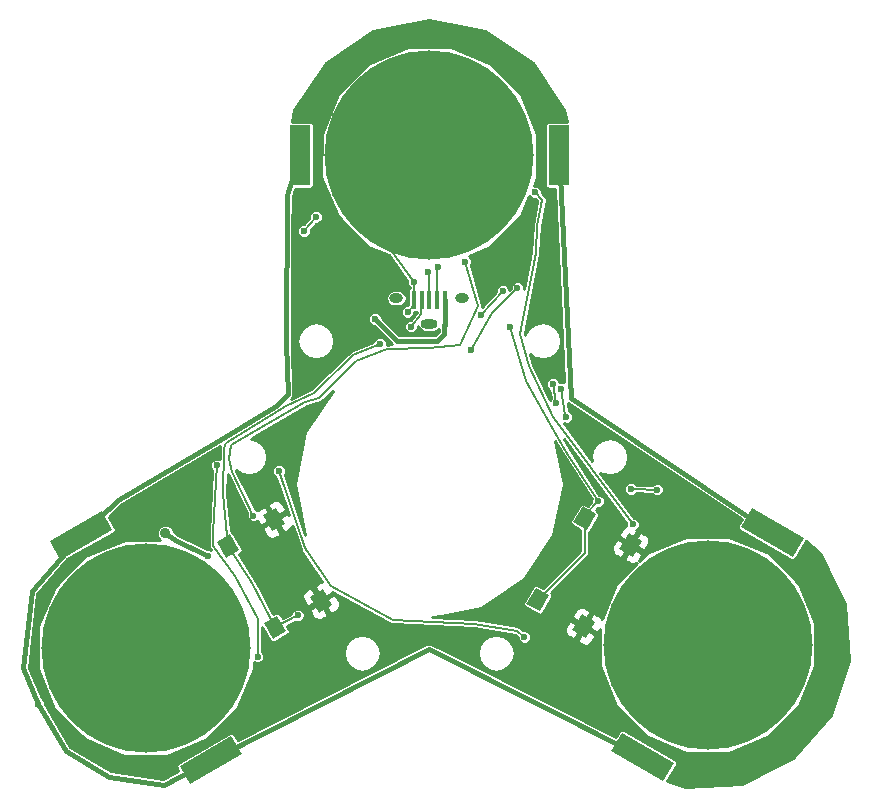
<source format=gbr>
G04 #@! TF.FileFunction,Copper,L2,Bot,Signal*
%FSLAX46Y46*%
G04 Gerber Fmt 4.6, Leading zero omitted, Abs format (unit mm)*
G04 Created by KiCad (PCBNEW 4.0.4-stable) date 06/27/17 23:53:09*
%MOMM*%
%LPD*%
G01*
G04 APERTURE LIST*
%ADD10C,0.100000*%
%ADD11R,1.790000X5.080000*%
%ADD12C,17.720000*%
%ADD13R,0.450000X1.500000*%
%ADD14O,1.150000X0.800000*%
%ADD15O,1.450000X0.800000*%
%ADD16C,0.600000*%
%ADD17C,0.890000*%
%ADD18C,0.200000*%
%ADD19C,0.400000*%
%ADD20C,0.254000*%
G04 APERTURE END LIST*
D10*
D11*
X146980000Y-46000000D03*
D12*
X136000000Y-46000000D03*
D11*
X125020000Y-46000000D03*
D10*
G36*
X103862795Y-78685948D02*
X108262205Y-76145948D01*
X109157205Y-77696134D01*
X104757795Y-80236134D01*
X103862795Y-78685948D01*
X103862795Y-78685948D01*
G37*
D12*
X112000000Y-87700000D03*
D10*
G36*
X114842795Y-97703866D02*
X119242205Y-95163866D01*
X120137205Y-96714052D01*
X115737795Y-99254052D01*
X114842795Y-97703866D01*
X114842795Y-97703866D01*
G37*
G36*
X155812205Y-99004052D02*
X151412795Y-96464052D01*
X152307795Y-94913866D01*
X156707205Y-97453866D01*
X155812205Y-99004052D01*
X155812205Y-99004052D01*
G37*
D12*
X159550000Y-87450000D03*
D10*
G36*
X166792205Y-79986134D02*
X162392795Y-77446134D01*
X163287795Y-75895948D01*
X167687205Y-78435948D01*
X166792205Y-79986134D01*
X166792205Y-79986134D01*
G37*
G36*
X121910640Y-76486379D02*
X123036474Y-75836379D01*
X123811474Y-77178719D01*
X122685640Y-77828719D01*
X121910640Y-76486379D01*
X121910640Y-76486379D01*
G37*
G36*
X118013526Y-78736379D02*
X119139360Y-78086379D01*
X119914360Y-79428719D01*
X118788526Y-80078719D01*
X118013526Y-78736379D01*
X118013526Y-78736379D01*
G37*
G36*
X121988526Y-85621281D02*
X123114360Y-84971281D01*
X123889360Y-86313621D01*
X122763526Y-86963621D01*
X121988526Y-85621281D01*
X121988526Y-85621281D01*
G37*
G36*
X125885640Y-83371281D02*
X127011474Y-82721281D01*
X127786474Y-84063621D01*
X126660640Y-84713621D01*
X125885640Y-83371281D01*
X125885640Y-83371281D01*
G37*
G36*
X152860640Y-77986379D02*
X153986474Y-78636379D01*
X153211474Y-79978719D01*
X152085640Y-79328719D01*
X152860640Y-77986379D01*
X152860640Y-77986379D01*
G37*
G36*
X148963526Y-75736379D02*
X150089360Y-76386379D01*
X149314360Y-77728719D01*
X148188526Y-77078719D01*
X148963526Y-75736379D01*
X148963526Y-75736379D01*
G37*
G36*
X144988526Y-82621281D02*
X146114360Y-83271281D01*
X145339360Y-84613621D01*
X144213526Y-83963621D01*
X144988526Y-82621281D01*
X144988526Y-82621281D01*
G37*
G36*
X148885640Y-84871281D02*
X150011474Y-85521281D01*
X149236474Y-86863621D01*
X148110640Y-86213621D01*
X148885640Y-84871281D01*
X148885640Y-84871281D01*
G37*
D13*
X137300000Y-58224920D03*
X136650000Y-58224920D03*
X136000000Y-58224920D03*
X135350000Y-58224920D03*
X134700000Y-58224920D03*
D14*
X138800000Y-58100000D03*
X133200000Y-58100000D03*
D15*
X136000000Y-60250000D03*
D16*
X162900000Y-79950000D03*
X162100000Y-93700000D03*
X158050000Y-93500000D03*
X153050000Y-88600000D03*
X116300000Y-93300000D03*
X106700000Y-92800000D03*
X113250000Y-81500000D03*
X104950000Y-89800000D03*
X104650000Y-87250000D03*
X130250000Y-50350000D03*
X134000000Y-40550000D03*
X132100000Y-38950000D03*
X143350000Y-46050000D03*
X153050000Y-74250000D03*
X155300000Y-74300000D03*
X141700000Y-50250000D03*
X131600000Y-52450000D03*
X128100000Y-48500000D03*
X154000000Y-85100000D03*
X139950000Y-40100000D03*
X136000000Y-46000000D03*
X109700000Y-87800000D03*
X112000000Y-87700000D03*
X115800000Y-87100000D03*
X134150000Y-59250000D03*
X134700000Y-56750000D03*
X136000000Y-46000000D03*
X123250000Y-69150000D03*
X124800000Y-65600000D03*
X126850000Y-55850000D03*
X151300000Y-82450000D03*
X152400000Y-80900000D03*
X145900000Y-52150000D03*
X148250000Y-84000000D03*
D17*
X109062500Y-97200000D03*
X110250000Y-97458621D03*
X111350000Y-97591380D03*
D16*
X112250000Y-97700000D03*
X124000000Y-78450000D03*
X120900000Y-79650000D03*
X144750000Y-42075000D03*
X144775000Y-50750000D03*
X142575000Y-39150000D03*
X140075000Y-36150000D03*
X125900000Y-50000000D03*
X127400000Y-54750000D03*
X117250000Y-79950000D03*
D17*
X113650000Y-78000000D03*
D16*
X131400000Y-59875000D03*
X136700000Y-55500000D03*
X135850000Y-55900000D03*
X134450000Y-60500000D03*
X102850000Y-92450000D03*
X126400000Y-51200000D03*
X125400000Y-52400000D03*
X118000000Y-72250000D03*
X121450000Y-88450000D03*
X143450000Y-57250000D03*
X139550000Y-62450000D03*
X131800000Y-62000000D03*
X124850000Y-84950000D03*
X142850000Y-60500000D03*
X150300000Y-75300000D03*
X144950000Y-49150000D03*
X153250000Y-77250000D03*
X147550000Y-68150000D03*
X147150000Y-65750000D03*
X146750000Y-66950000D03*
X146450000Y-65350000D03*
X139050000Y-55000000D03*
X121100000Y-76500000D03*
X142200000Y-57450000D03*
X140400000Y-59500000D03*
X144050000Y-86800000D03*
X123250000Y-72750000D03*
D18*
X134700000Y-56750000D02*
X131600000Y-52450000D01*
X153450000Y-74250000D02*
X153050000Y-74250000D01*
X155300000Y-74300000D02*
X153450000Y-74250000D01*
X134700000Y-58224920D02*
X134700000Y-58700000D01*
X134700000Y-58700000D02*
X134150000Y-59250000D01*
X134700000Y-58224920D02*
X134700000Y-56750000D01*
X124800000Y-63250000D02*
X124800000Y-65600000D01*
X124800000Y-60800000D02*
X124800000Y-63250000D01*
X125500000Y-59050000D02*
X124800000Y-60800000D01*
X126850000Y-55850000D02*
X125500000Y-59050000D01*
X127400000Y-54750000D02*
X126850000Y-55850000D01*
X126836057Y-83717451D02*
X124000000Y-78450000D01*
X122861057Y-76832549D02*
X124000000Y-78450000D01*
D19*
X114450000Y-78550000D02*
X113650000Y-78000000D01*
X117250000Y-79950000D02*
X114450000Y-78550000D01*
X136675000Y-61725000D02*
X133250000Y-61725000D01*
X133250000Y-61725000D02*
X131400000Y-59875000D01*
X137275000Y-61125000D02*
X136675000Y-61725000D01*
X137275000Y-60360674D02*
X137275000Y-61125000D01*
X137300000Y-58224920D02*
X137300000Y-60335674D01*
X137300000Y-60335674D02*
X137275000Y-60360674D01*
D18*
X136650000Y-58224920D02*
X136650000Y-55550000D01*
X136650000Y-55550000D02*
X136700000Y-55500000D01*
X136000000Y-58224920D02*
X136000000Y-56050000D01*
X136000000Y-56050000D02*
X135850000Y-55900000D01*
X135300000Y-59450000D02*
X134450000Y-60500000D01*
X135350000Y-58224920D02*
X135300000Y-59450000D01*
D19*
X123950000Y-49400000D02*
X125020000Y-46000000D01*
X123850000Y-61850000D02*
X123950000Y-49400000D01*
X124000000Y-66200000D02*
X123850000Y-61850000D01*
X123000000Y-67200000D02*
X124000000Y-66200000D01*
X118100000Y-70200000D02*
X123000000Y-67200000D01*
X109650000Y-75150000D02*
X118100000Y-70200000D01*
X106510000Y-78191041D02*
X109650000Y-75150000D01*
X105200000Y-96450000D02*
X102850000Y-92450000D01*
X108850000Y-98600000D02*
X105200000Y-96450000D01*
X113500000Y-99300000D02*
X108850000Y-98600000D01*
X117490000Y-97208959D02*
X113500000Y-99300000D01*
X101600000Y-89450000D02*
X102850000Y-92450000D01*
X102350000Y-82900000D02*
X101600000Y-89450000D01*
X106510000Y-78191041D02*
X102350000Y-82900000D01*
X135950000Y-87800000D02*
X154060000Y-96958959D01*
X117490000Y-97208959D02*
X135950000Y-87800000D01*
X147950000Y-66550000D02*
X165040000Y-77941041D01*
X146980000Y-46000000D02*
X147950000Y-66550000D01*
D18*
X125400000Y-52400000D02*
X126400000Y-51200000D01*
X117700000Y-78000000D02*
X118000000Y-72250000D01*
X117700000Y-79050000D02*
X117700000Y-78000000D01*
X119550000Y-81600000D02*
X117700000Y-79050000D01*
X121450000Y-85300000D02*
X119550000Y-81600000D01*
X121450000Y-88450000D02*
X121450000Y-85300000D01*
X123900000Y-67200000D02*
X126200000Y-66100000D01*
X118800000Y-70350000D02*
X123900000Y-67200000D01*
X118650000Y-70800000D02*
X118800000Y-70350000D01*
X118500000Y-74650000D02*
X118650000Y-70800000D01*
X118963943Y-79082549D02*
X118500000Y-74650000D01*
X120950000Y-82200000D02*
X122938943Y-85967451D01*
X118963943Y-79082549D02*
X120950000Y-82200000D01*
X141300000Y-59350000D02*
X143450000Y-57250000D01*
X139550000Y-62450000D02*
X141300000Y-59350000D01*
X129550000Y-62950000D02*
X131800000Y-62000000D01*
X126200000Y-66100000D02*
X129550000Y-62950000D01*
X124850000Y-84950000D02*
X122938943Y-85967451D01*
X147600000Y-71100000D02*
X150300000Y-75300000D01*
X146250000Y-68750000D02*
X147600000Y-71100000D01*
X144200000Y-65100000D02*
X146250000Y-68750000D01*
X142850000Y-60500000D02*
X144200000Y-65100000D01*
X149138943Y-76732549D02*
X149138943Y-76461057D01*
X149138943Y-76461057D02*
X150300000Y-75300000D01*
X145163943Y-83617451D02*
X149138943Y-79642451D01*
X149138943Y-79642451D02*
X149138943Y-76732549D01*
X145550000Y-49750000D02*
X144950000Y-49150000D01*
X145150000Y-51950000D02*
X145550000Y-49750000D01*
X145000000Y-54250000D02*
X145150000Y-51950000D01*
X143700000Y-61100000D02*
X145000000Y-54250000D01*
X144400000Y-63850000D02*
X143700000Y-61100000D01*
X146500000Y-68150000D02*
X144400000Y-63850000D01*
X153250000Y-77250000D02*
X146500000Y-68150000D01*
X147500000Y-68000000D02*
X147550000Y-68150000D01*
X147150000Y-65750000D02*
X147500000Y-68000000D01*
X146450000Y-65350000D02*
X146750000Y-66950000D01*
X125500000Y-66900000D02*
X126650000Y-66550000D01*
X121250000Y-69350000D02*
X125500000Y-66900000D01*
X119200000Y-70550000D02*
X121250000Y-69350000D01*
X119050000Y-71750000D02*
X119200000Y-70550000D01*
X119300000Y-72850000D02*
X119050000Y-71750000D01*
X121100000Y-76500000D02*
X119300000Y-72850000D01*
X140100000Y-58750000D02*
X139050000Y-55000000D01*
X138550000Y-62050000D02*
X140100000Y-58750000D01*
X136000000Y-62300000D02*
X138550000Y-62050000D01*
X132450000Y-62400000D02*
X136000000Y-62300000D01*
X129800000Y-63450000D02*
X132450000Y-62400000D01*
X126650000Y-66550000D02*
X129800000Y-63450000D01*
X140400000Y-59500000D02*
X142200000Y-57450000D01*
X143400000Y-86250000D02*
X144050000Y-86800000D01*
X139800000Y-85650000D02*
X143400000Y-86250000D01*
X132900000Y-85350000D02*
X139800000Y-85650000D01*
X127650000Y-82450000D02*
X132900000Y-85350000D01*
X125450000Y-79250000D02*
X127650000Y-82450000D01*
X123250000Y-72750000D02*
X125450000Y-79250000D01*
D20*
G36*
X125473743Y-69441388D02*
X124607720Y-73795177D01*
X125471452Y-78137447D01*
X123749838Y-73050860D01*
X123826900Y-72865276D01*
X123827100Y-72635731D01*
X123739442Y-72423583D01*
X123577271Y-72261129D01*
X123365276Y-72173100D01*
X123135731Y-72172900D01*
X122923583Y-72260558D01*
X122761129Y-72422729D01*
X122673100Y-72634724D01*
X122672900Y-72864269D01*
X122760558Y-73076417D01*
X122922729Y-73238871D01*
X123032946Y-73284638D01*
X124098408Y-76432595D01*
X123899918Y-76379409D01*
X123034542Y-76879034D01*
X123596667Y-77852663D01*
X123813524Y-77910770D01*
X124019587Y-77791799D01*
X124238361Y-77665490D01*
X124392145Y-77465074D01*
X124416764Y-77373193D01*
X125092899Y-79370864D01*
X125118826Y-79415864D01*
X125139336Y-79463581D01*
X126944717Y-82089590D01*
X126803361Y-82108200D01*
X126584587Y-82234510D01*
X126378524Y-82353480D01*
X126320417Y-82570337D01*
X126882542Y-83543966D01*
X127747918Y-83044341D01*
X127773490Y-82948906D01*
X132717714Y-85680001D01*
X132730181Y-85683972D01*
X132740735Y-85691707D01*
X132799865Y-85706164D01*
X132857876Y-85724640D01*
X132870917Y-85723537D01*
X132883624Y-85726644D01*
X139760672Y-86025646D01*
X143235683Y-86604814D01*
X143472995Y-86805617D01*
X143472900Y-86914269D01*
X143560558Y-87126417D01*
X143722729Y-87288871D01*
X143934724Y-87376900D01*
X144164269Y-87377100D01*
X144376417Y-87289442D01*
X144538871Y-87127271D01*
X144585671Y-87014565D01*
X148545417Y-87014565D01*
X148603524Y-87231422D01*
X148809587Y-87350392D01*
X149028361Y-87476702D01*
X149278818Y-87509675D01*
X149522829Y-87444292D01*
X149723245Y-87290507D01*
X150031025Y-86757418D01*
X149972918Y-86540561D01*
X149107542Y-86040936D01*
X148545417Y-87014565D01*
X144585671Y-87014565D01*
X144626900Y-86915276D01*
X144627100Y-86685731D01*
X144539442Y-86473583D01*
X144377271Y-86311129D01*
X144244423Y-86255965D01*
X147464587Y-86255965D01*
X147529969Y-86499976D01*
X147683753Y-86700392D01*
X147902527Y-86826701D01*
X148108590Y-86945672D01*
X148325447Y-86887565D01*
X148887572Y-85913936D01*
X148726544Y-85820966D01*
X149234542Y-85820966D01*
X150099918Y-86320591D01*
X150316775Y-86262484D01*
X150414181Y-86093773D01*
X150411418Y-89259488D01*
X151799512Y-92618933D01*
X154367548Y-95191455D01*
X157724565Y-96585410D01*
X161359488Y-96588582D01*
X164718933Y-95200488D01*
X167291455Y-92632452D01*
X168685410Y-89275435D01*
X168688582Y-85640512D01*
X167300488Y-82281067D01*
X164732452Y-79708545D01*
X161375435Y-78314590D01*
X157740512Y-78311418D01*
X154381067Y-79699512D01*
X153731581Y-80347865D01*
X154006025Y-79872516D01*
X153947918Y-79655659D01*
X153082542Y-79156034D01*
X152520417Y-80129663D01*
X152578524Y-80346520D01*
X152784587Y-80465490D01*
X153003361Y-80591800D01*
X153253818Y-80624773D01*
X153497829Y-80559390D01*
X153592317Y-80486887D01*
X151808545Y-82267548D01*
X150581917Y-85221597D01*
X150438361Y-85034510D01*
X150219587Y-84908201D01*
X150013524Y-84789230D01*
X149796667Y-84847337D01*
X149234542Y-85820966D01*
X148726544Y-85820966D01*
X148022196Y-85414311D01*
X147805339Y-85472418D01*
X147497560Y-86005507D01*
X147464587Y-86255965D01*
X144244423Y-86255965D01*
X144165276Y-86223100D01*
X143951633Y-86222914D01*
X143643520Y-85962203D01*
X143619547Y-85948922D01*
X143599570Y-85930154D01*
X143555789Y-85913600D01*
X143514848Y-85890919D01*
X143487614Y-85887823D01*
X143461979Y-85878130D01*
X139861978Y-85278129D01*
X139838850Y-85278851D01*
X139816376Y-85273356D01*
X136254593Y-85118496D01*
X136963507Y-84977484D01*
X148091089Y-84977484D01*
X148149196Y-85194341D01*
X149014572Y-85693966D01*
X149576697Y-84720337D01*
X149518590Y-84503480D01*
X149312527Y-84384510D01*
X149093753Y-84258200D01*
X148843296Y-84225227D01*
X148599285Y-84290610D01*
X148398869Y-84444395D01*
X148091089Y-84977484D01*
X136963507Y-84977484D01*
X140338509Y-84306154D01*
X144029474Y-81839931D01*
X146495697Y-78148966D01*
X147361720Y-73795177D01*
X146645745Y-70195728D01*
X147273101Y-71287793D01*
X147279380Y-71294984D01*
X147282876Y-71303866D01*
X149744532Y-75133109D01*
X149723100Y-75184724D01*
X149722961Y-75343880D01*
X149402905Y-75663937D01*
X149104739Y-75491791D01*
X149006184Y-75457193D01*
X148894204Y-75462593D01*
X148793148Y-75511133D01*
X148718938Y-75595166D01*
X147943938Y-76937506D01*
X147909340Y-77036061D01*
X147914740Y-77148041D01*
X147963280Y-77249097D01*
X148047313Y-77323307D01*
X148761943Y-77735898D01*
X148761943Y-79486293D01*
X145600024Y-82648212D01*
X145129739Y-82376693D01*
X145031184Y-82342095D01*
X144919204Y-82347495D01*
X144818148Y-82396035D01*
X144743938Y-82480068D01*
X143968938Y-83822408D01*
X143934340Y-83920963D01*
X143939740Y-84032943D01*
X143988280Y-84133999D01*
X144072313Y-84208209D01*
X145198147Y-84858209D01*
X145296702Y-84892807D01*
X145408682Y-84887407D01*
X145509738Y-84838867D01*
X145583948Y-84754834D01*
X146358948Y-83412494D01*
X146393546Y-83313939D01*
X146388146Y-83201959D01*
X146339606Y-83100903D01*
X146272718Y-83041834D01*
X149405522Y-79909030D01*
X149487246Y-79786723D01*
X149515943Y-79642451D01*
X149515943Y-79371063D01*
X151439587Y-79371063D01*
X151504969Y-79615074D01*
X151658753Y-79815490D01*
X151877527Y-79941799D01*
X152083590Y-80060770D01*
X152300447Y-80002663D01*
X152862572Y-79029034D01*
X152701544Y-78936064D01*
X153209542Y-78936064D01*
X154074918Y-79435689D01*
X154291775Y-79377582D01*
X154599554Y-78844493D01*
X154632527Y-78594035D01*
X154567145Y-78350024D01*
X154413361Y-78149608D01*
X154194587Y-78023299D01*
X153988524Y-77904328D01*
X153771667Y-77962435D01*
X153209542Y-78936064D01*
X152701544Y-78936064D01*
X151997196Y-78529409D01*
X151780339Y-78587516D01*
X151472560Y-79120605D01*
X151439587Y-79371063D01*
X149515943Y-79371063D01*
X149515943Y-77918629D01*
X149558948Y-77869932D01*
X150333948Y-76527592D01*
X150368546Y-76429037D01*
X150363146Y-76317057D01*
X150314606Y-76216001D01*
X150230573Y-76141791D01*
X150078923Y-76054236D01*
X150256196Y-75876962D01*
X150414269Y-75877100D01*
X150626417Y-75789442D01*
X150788871Y-75627271D01*
X150876900Y-75415276D01*
X150877100Y-75185731D01*
X150789442Y-74973583D01*
X150627271Y-74811129D01*
X150415276Y-74723100D01*
X150377295Y-74723067D01*
X147922215Y-70904053D01*
X147402884Y-70000032D01*
X152680996Y-77115709D01*
X152673100Y-77134724D01*
X152672900Y-77364269D01*
X152678486Y-77377787D01*
X152574285Y-77405708D01*
X152373869Y-77559493D01*
X152066089Y-78092582D01*
X152124196Y-78309439D01*
X152989572Y-78809064D01*
X153551697Y-77835435D01*
X153531004Y-77758206D01*
X153576417Y-77739442D01*
X153738871Y-77577271D01*
X153826900Y-77365276D01*
X153827100Y-77135731D01*
X153739442Y-76923583D01*
X153577271Y-76761129D01*
X153365276Y-76673100D01*
X153291425Y-76673036D01*
X151578879Y-74364269D01*
X152472900Y-74364269D01*
X152560558Y-74576417D01*
X152722729Y-74738871D01*
X152934724Y-74826900D01*
X153164269Y-74827100D01*
X153376417Y-74739442D01*
X153487892Y-74628161D01*
X154849023Y-74664949D01*
X154972729Y-74788871D01*
X155184724Y-74876900D01*
X155414269Y-74877100D01*
X155626417Y-74789442D01*
X155788871Y-74627271D01*
X155876900Y-74415276D01*
X155877100Y-74185731D01*
X155789442Y-73973583D01*
X155627271Y-73811129D01*
X155415276Y-73723100D01*
X155185731Y-73722900D01*
X154973583Y-73810558D01*
X154872652Y-73911313D01*
X153489886Y-73873941D01*
X153377271Y-73761129D01*
X153165276Y-73673100D01*
X152935731Y-73672900D01*
X152723583Y-73760558D01*
X152561129Y-73922729D01*
X152473100Y-74134724D01*
X152472900Y-74364269D01*
X151578879Y-74364269D01*
X150461832Y-72858325D01*
X150654757Y-72987234D01*
X151258249Y-73107276D01*
X151861741Y-72987234D01*
X152373356Y-72645383D01*
X152715207Y-72133768D01*
X152835249Y-71530276D01*
X152715207Y-70926784D01*
X152373356Y-70415169D01*
X151861741Y-70073318D01*
X151258249Y-69953276D01*
X150654757Y-70073318D01*
X150143142Y-70415169D01*
X149801291Y-70926784D01*
X149681249Y-71530276D01*
X149756186Y-71907010D01*
X147380662Y-68704451D01*
X147434724Y-68726900D01*
X147664269Y-68727100D01*
X147876417Y-68639442D01*
X148038871Y-68477271D01*
X148126900Y-68265276D01*
X148127100Y-68035731D01*
X148039442Y-67823583D01*
X147877271Y-67661129D01*
X147825475Y-67639621D01*
X147721454Y-66970914D01*
X162447595Y-76786365D01*
X162148207Y-77304921D01*
X162113609Y-77403476D01*
X162119009Y-77515456D01*
X162167549Y-77616512D01*
X162251582Y-77690722D01*
X166650992Y-80230722D01*
X166749547Y-80265320D01*
X166861527Y-80259920D01*
X166962583Y-80211380D01*
X167036793Y-80127347D01*
X167892428Y-78645343D01*
X169068411Y-79676652D01*
X171206858Y-84012993D01*
X171523080Y-88837604D01*
X169968933Y-93415972D01*
X166781021Y-97051090D01*
X162444680Y-99189537D01*
X157620069Y-99505759D01*
X156138939Y-99002983D01*
X156951793Y-97595079D01*
X156986391Y-97496524D01*
X156980991Y-97384544D01*
X156932451Y-97283488D01*
X156848418Y-97209278D01*
X152449008Y-94669278D01*
X152350453Y-94634680D01*
X152238473Y-94640080D01*
X152137417Y-94688620D01*
X152063207Y-94772653D01*
X151776355Y-95269495D01*
X137708664Y-88154895D01*
X140083028Y-88154895D01*
X140203070Y-88758387D01*
X140544921Y-89270002D01*
X141056536Y-89611853D01*
X141660028Y-89731895D01*
X142263520Y-89611853D01*
X142775135Y-89270002D01*
X143116986Y-88758387D01*
X143237028Y-88154895D01*
X143116986Y-87551403D01*
X142775135Y-87039788D01*
X142263520Y-86697937D01*
X141660028Y-86577895D01*
X141056536Y-86697937D01*
X140544921Y-87039788D01*
X140203070Y-87551403D01*
X140083028Y-88154895D01*
X137708664Y-88154895D01*
X136165273Y-87374340D01*
X136129632Y-87364404D01*
X136097341Y-87346326D01*
X136040816Y-87339644D01*
X135985994Y-87324360D01*
X135949262Y-87328820D01*
X135912511Y-87324475D01*
X135857732Y-87339933D01*
X135801234Y-87346792D01*
X135769003Y-87364970D01*
X135733390Y-87375019D01*
X119769236Y-95511859D01*
X119486793Y-95022653D01*
X119418741Y-94943413D01*
X119319064Y-94892099D01*
X119207276Y-94883608D01*
X119100992Y-94919278D01*
X114701582Y-97459278D01*
X114622342Y-97527330D01*
X114571028Y-97627007D01*
X114562537Y-97738795D01*
X114598207Y-97845079D01*
X114749284Y-98106752D01*
X113416751Y-98805094D01*
X109012434Y-98142078D01*
X105548638Y-96101760D01*
X103426965Y-92490402D01*
X103427100Y-92335731D01*
X103339442Y-92123583D01*
X103177271Y-91961129D01*
X103160080Y-91953991D01*
X102088014Y-89381031D01*
X102806832Y-83103348D01*
X105357644Y-80215929D01*
X109298418Y-77940722D01*
X109377658Y-77872670D01*
X109428972Y-77772993D01*
X109437463Y-77661205D01*
X109401793Y-77554921D01*
X108846162Y-76592539D01*
X109940622Y-75532572D01*
X118309180Y-70630280D01*
X118292346Y-70680782D01*
X118285690Y-70733581D01*
X118273286Y-70785323D01*
X118236732Y-71723534D01*
X118115276Y-71673100D01*
X117885731Y-71672900D01*
X117673583Y-71760558D01*
X117511129Y-71922729D01*
X117423100Y-72134724D01*
X117422900Y-72364269D01*
X117510558Y-72576417D01*
X117600743Y-72666760D01*
X117323512Y-77980357D01*
X117324945Y-77990223D01*
X117323000Y-78000000D01*
X117323000Y-79050000D01*
X117331646Y-79093467D01*
X117333355Y-79137756D01*
X117345861Y-79164933D01*
X117351697Y-79194272D01*
X117376320Y-79231123D01*
X117394848Y-79271385D01*
X117513205Y-79434526D01*
X117365276Y-79373100D01*
X117162452Y-79372923D01*
X114692941Y-78138168D01*
X114372072Y-77917571D01*
X114372125Y-77857015D01*
X114262439Y-77591554D01*
X114059514Y-77388275D01*
X113794245Y-77278125D01*
X113507015Y-77277875D01*
X113241554Y-77387561D01*
X113038275Y-77590486D01*
X112928125Y-77855755D01*
X112927875Y-78142985D01*
X113037561Y-78408446D01*
X113192882Y-78564038D01*
X110190512Y-78561418D01*
X106831067Y-79949512D01*
X104258545Y-82517548D01*
X102864590Y-85874565D01*
X102861418Y-89509488D01*
X104249512Y-92868933D01*
X106817548Y-95441455D01*
X110174565Y-96835410D01*
X113809488Y-96838582D01*
X117168933Y-95450488D01*
X119741455Y-92882452D01*
X121135410Y-89525435D01*
X121135917Y-88944347D01*
X121334724Y-89026900D01*
X121564269Y-89027100D01*
X121776417Y-88939442D01*
X121938871Y-88777271D01*
X122026900Y-88565276D01*
X122027100Y-88335731D01*
X121952380Y-88154895D01*
X128732412Y-88154895D01*
X128852454Y-88758387D01*
X129194305Y-89270002D01*
X129705920Y-89611853D01*
X130309412Y-89731895D01*
X130912904Y-89611853D01*
X131424519Y-89270002D01*
X131766370Y-88758387D01*
X131886412Y-88154895D01*
X131766370Y-87551403D01*
X131424519Y-87039788D01*
X130912904Y-86697937D01*
X130309412Y-86577895D01*
X129705920Y-86697937D01*
X129194305Y-87039788D01*
X128852454Y-87551403D01*
X128732412Y-88154895D01*
X121952380Y-88154895D01*
X121939442Y-88123583D01*
X121827000Y-88010945D01*
X121827000Y-85906362D01*
X122518938Y-87104834D01*
X122586990Y-87184074D01*
X122686667Y-87235388D01*
X122798455Y-87243879D01*
X122904739Y-87208209D01*
X124030573Y-86558209D01*
X124109813Y-86490157D01*
X124161127Y-86390480D01*
X124169618Y-86278692D01*
X124133948Y-86172408D01*
X123951088Y-85855685D01*
X124641414Y-85488154D01*
X124734724Y-85526900D01*
X124964269Y-85527100D01*
X125176417Y-85439442D01*
X125338871Y-85277271D01*
X125426900Y-85065276D01*
X125427100Y-84835731D01*
X125339442Y-84623583D01*
X125323306Y-84607418D01*
X125866089Y-84607418D01*
X126173869Y-85140507D01*
X126374285Y-85294292D01*
X126618296Y-85359675D01*
X126868753Y-85326702D01*
X127087527Y-85200392D01*
X127293590Y-85081422D01*
X127351697Y-84864565D01*
X126789572Y-83890936D01*
X125924196Y-84390561D01*
X125866089Y-84607418D01*
X125323306Y-84607418D01*
X125177271Y-84461129D01*
X124965276Y-84373100D01*
X124735731Y-84372900D01*
X124523583Y-84460558D01*
X124361129Y-84622729D01*
X124275596Y-84828712D01*
X123573865Y-85202315D01*
X123358948Y-84830068D01*
X123290896Y-84750828D01*
X123191219Y-84699514D01*
X123079431Y-84691023D01*
X122973147Y-84726693D01*
X122771642Y-84843032D01*
X121972309Y-83328937D01*
X125239587Y-83328937D01*
X125272560Y-83579395D01*
X125580339Y-84112484D01*
X125797196Y-84170591D01*
X126501543Y-83763936D01*
X127009542Y-83763936D01*
X127571667Y-84737565D01*
X127788524Y-84795672D01*
X127994587Y-84676701D01*
X128213361Y-84550392D01*
X128367145Y-84349976D01*
X128432527Y-84105965D01*
X128399554Y-83855507D01*
X128091775Y-83322418D01*
X127874918Y-83264311D01*
X127009542Y-83763936D01*
X126501543Y-83763936D01*
X126662572Y-83670966D01*
X126100447Y-82697337D01*
X125883590Y-82639230D01*
X125677527Y-82758201D01*
X125458753Y-82884510D01*
X125304969Y-83084926D01*
X125239587Y-83328937D01*
X121972309Y-83328937D01*
X121283392Y-82023993D01*
X121273592Y-82011925D01*
X121267957Y-81997436D01*
X119859447Y-79786541D01*
X120055573Y-79673307D01*
X120134813Y-79605255D01*
X120186127Y-79505578D01*
X120194618Y-79393790D01*
X120158948Y-79287506D01*
X119383948Y-77945166D01*
X119315896Y-77865926D01*
X119216219Y-77814612D01*
X119210244Y-77814158D01*
X119200653Y-77722516D01*
X121891089Y-77722516D01*
X122198869Y-78255605D01*
X122399285Y-78409390D01*
X122643296Y-78474773D01*
X122893753Y-78441800D01*
X123112527Y-78315490D01*
X123318590Y-78196520D01*
X123376697Y-77979663D01*
X122814572Y-77006034D01*
X121949196Y-77505659D01*
X121891089Y-77722516D01*
X119200653Y-77722516D01*
X118877767Y-74637650D01*
X118943214Y-72957835D01*
X118950421Y-72973981D01*
X118961880Y-73016744D01*
X120568675Y-76274968D01*
X120523100Y-76384724D01*
X120522900Y-76614269D01*
X120610558Y-76826417D01*
X120772729Y-76988871D01*
X120984724Y-77076900D01*
X121214269Y-77077100D01*
X121426417Y-76989442D01*
X121452700Y-76963204D01*
X121605339Y-77227582D01*
X121822196Y-77285689D01*
X122687572Y-76786064D01*
X122125447Y-75812435D01*
X121908590Y-75754328D01*
X121702527Y-75873299D01*
X121483753Y-75999608D01*
X121454208Y-76038113D01*
X121427271Y-76011129D01*
X121241150Y-75933844D01*
X121118647Y-75685435D01*
X122345417Y-75685435D01*
X122907542Y-76659064D01*
X123772918Y-76159439D01*
X123831025Y-75942582D01*
X123523245Y-75409493D01*
X123322829Y-75255708D01*
X123078818Y-75190325D01*
X122828361Y-75223298D01*
X122609587Y-75349608D01*
X122403524Y-75468578D01*
X122345417Y-75685435D01*
X121118647Y-75685435D01*
X119657777Y-72723115D01*
X119647995Y-72680074D01*
X120107691Y-72987234D01*
X120711183Y-73107276D01*
X121314675Y-72987234D01*
X121826290Y-72645383D01*
X122168141Y-72133768D01*
X122288183Y-71530276D01*
X122168141Y-70926784D01*
X121826290Y-70415169D01*
X121314675Y-70073318D01*
X120901128Y-69991058D01*
X121439370Y-69675990D01*
X125650971Y-67248126D01*
X126759768Y-66910666D01*
X126774766Y-66902632D01*
X126791481Y-66899446D01*
X126839154Y-66868140D01*
X126889434Y-66841206D01*
X126900218Y-66828041D01*
X126914438Y-66818703D01*
X127824780Y-65922810D01*
X125473743Y-69441388D01*
X125473743Y-69441388D01*
G37*
X125473743Y-69441388D02*
X124607720Y-73795177D01*
X125471452Y-78137447D01*
X123749838Y-73050860D01*
X123826900Y-72865276D01*
X123827100Y-72635731D01*
X123739442Y-72423583D01*
X123577271Y-72261129D01*
X123365276Y-72173100D01*
X123135731Y-72172900D01*
X122923583Y-72260558D01*
X122761129Y-72422729D01*
X122673100Y-72634724D01*
X122672900Y-72864269D01*
X122760558Y-73076417D01*
X122922729Y-73238871D01*
X123032946Y-73284638D01*
X124098408Y-76432595D01*
X123899918Y-76379409D01*
X123034542Y-76879034D01*
X123596667Y-77852663D01*
X123813524Y-77910770D01*
X124019587Y-77791799D01*
X124238361Y-77665490D01*
X124392145Y-77465074D01*
X124416764Y-77373193D01*
X125092899Y-79370864D01*
X125118826Y-79415864D01*
X125139336Y-79463581D01*
X126944717Y-82089590D01*
X126803361Y-82108200D01*
X126584587Y-82234510D01*
X126378524Y-82353480D01*
X126320417Y-82570337D01*
X126882542Y-83543966D01*
X127747918Y-83044341D01*
X127773490Y-82948906D01*
X132717714Y-85680001D01*
X132730181Y-85683972D01*
X132740735Y-85691707D01*
X132799865Y-85706164D01*
X132857876Y-85724640D01*
X132870917Y-85723537D01*
X132883624Y-85726644D01*
X139760672Y-86025646D01*
X143235683Y-86604814D01*
X143472995Y-86805617D01*
X143472900Y-86914269D01*
X143560558Y-87126417D01*
X143722729Y-87288871D01*
X143934724Y-87376900D01*
X144164269Y-87377100D01*
X144376417Y-87289442D01*
X144538871Y-87127271D01*
X144585671Y-87014565D01*
X148545417Y-87014565D01*
X148603524Y-87231422D01*
X148809587Y-87350392D01*
X149028361Y-87476702D01*
X149278818Y-87509675D01*
X149522829Y-87444292D01*
X149723245Y-87290507D01*
X150031025Y-86757418D01*
X149972918Y-86540561D01*
X149107542Y-86040936D01*
X148545417Y-87014565D01*
X144585671Y-87014565D01*
X144626900Y-86915276D01*
X144627100Y-86685731D01*
X144539442Y-86473583D01*
X144377271Y-86311129D01*
X144244423Y-86255965D01*
X147464587Y-86255965D01*
X147529969Y-86499976D01*
X147683753Y-86700392D01*
X147902527Y-86826701D01*
X148108590Y-86945672D01*
X148325447Y-86887565D01*
X148887572Y-85913936D01*
X148726544Y-85820966D01*
X149234542Y-85820966D01*
X150099918Y-86320591D01*
X150316775Y-86262484D01*
X150414181Y-86093773D01*
X150411418Y-89259488D01*
X151799512Y-92618933D01*
X154367548Y-95191455D01*
X157724565Y-96585410D01*
X161359488Y-96588582D01*
X164718933Y-95200488D01*
X167291455Y-92632452D01*
X168685410Y-89275435D01*
X168688582Y-85640512D01*
X167300488Y-82281067D01*
X164732452Y-79708545D01*
X161375435Y-78314590D01*
X157740512Y-78311418D01*
X154381067Y-79699512D01*
X153731581Y-80347865D01*
X154006025Y-79872516D01*
X153947918Y-79655659D01*
X153082542Y-79156034D01*
X152520417Y-80129663D01*
X152578524Y-80346520D01*
X152784587Y-80465490D01*
X153003361Y-80591800D01*
X153253818Y-80624773D01*
X153497829Y-80559390D01*
X153592317Y-80486887D01*
X151808545Y-82267548D01*
X150581917Y-85221597D01*
X150438361Y-85034510D01*
X150219587Y-84908201D01*
X150013524Y-84789230D01*
X149796667Y-84847337D01*
X149234542Y-85820966D01*
X148726544Y-85820966D01*
X148022196Y-85414311D01*
X147805339Y-85472418D01*
X147497560Y-86005507D01*
X147464587Y-86255965D01*
X144244423Y-86255965D01*
X144165276Y-86223100D01*
X143951633Y-86222914D01*
X143643520Y-85962203D01*
X143619547Y-85948922D01*
X143599570Y-85930154D01*
X143555789Y-85913600D01*
X143514848Y-85890919D01*
X143487614Y-85887823D01*
X143461979Y-85878130D01*
X139861978Y-85278129D01*
X139838850Y-85278851D01*
X139816376Y-85273356D01*
X136254593Y-85118496D01*
X136963507Y-84977484D01*
X148091089Y-84977484D01*
X148149196Y-85194341D01*
X149014572Y-85693966D01*
X149576697Y-84720337D01*
X149518590Y-84503480D01*
X149312527Y-84384510D01*
X149093753Y-84258200D01*
X148843296Y-84225227D01*
X148599285Y-84290610D01*
X148398869Y-84444395D01*
X148091089Y-84977484D01*
X136963507Y-84977484D01*
X140338509Y-84306154D01*
X144029474Y-81839931D01*
X146495697Y-78148966D01*
X147361720Y-73795177D01*
X146645745Y-70195728D01*
X147273101Y-71287793D01*
X147279380Y-71294984D01*
X147282876Y-71303866D01*
X149744532Y-75133109D01*
X149723100Y-75184724D01*
X149722961Y-75343880D01*
X149402905Y-75663937D01*
X149104739Y-75491791D01*
X149006184Y-75457193D01*
X148894204Y-75462593D01*
X148793148Y-75511133D01*
X148718938Y-75595166D01*
X147943938Y-76937506D01*
X147909340Y-77036061D01*
X147914740Y-77148041D01*
X147963280Y-77249097D01*
X148047313Y-77323307D01*
X148761943Y-77735898D01*
X148761943Y-79486293D01*
X145600024Y-82648212D01*
X145129739Y-82376693D01*
X145031184Y-82342095D01*
X144919204Y-82347495D01*
X144818148Y-82396035D01*
X144743938Y-82480068D01*
X143968938Y-83822408D01*
X143934340Y-83920963D01*
X143939740Y-84032943D01*
X143988280Y-84133999D01*
X144072313Y-84208209D01*
X145198147Y-84858209D01*
X145296702Y-84892807D01*
X145408682Y-84887407D01*
X145509738Y-84838867D01*
X145583948Y-84754834D01*
X146358948Y-83412494D01*
X146393546Y-83313939D01*
X146388146Y-83201959D01*
X146339606Y-83100903D01*
X146272718Y-83041834D01*
X149405522Y-79909030D01*
X149487246Y-79786723D01*
X149515943Y-79642451D01*
X149515943Y-79371063D01*
X151439587Y-79371063D01*
X151504969Y-79615074D01*
X151658753Y-79815490D01*
X151877527Y-79941799D01*
X152083590Y-80060770D01*
X152300447Y-80002663D01*
X152862572Y-79029034D01*
X152701544Y-78936064D01*
X153209542Y-78936064D01*
X154074918Y-79435689D01*
X154291775Y-79377582D01*
X154599554Y-78844493D01*
X154632527Y-78594035D01*
X154567145Y-78350024D01*
X154413361Y-78149608D01*
X154194587Y-78023299D01*
X153988524Y-77904328D01*
X153771667Y-77962435D01*
X153209542Y-78936064D01*
X152701544Y-78936064D01*
X151997196Y-78529409D01*
X151780339Y-78587516D01*
X151472560Y-79120605D01*
X151439587Y-79371063D01*
X149515943Y-79371063D01*
X149515943Y-77918629D01*
X149558948Y-77869932D01*
X150333948Y-76527592D01*
X150368546Y-76429037D01*
X150363146Y-76317057D01*
X150314606Y-76216001D01*
X150230573Y-76141791D01*
X150078923Y-76054236D01*
X150256196Y-75876962D01*
X150414269Y-75877100D01*
X150626417Y-75789442D01*
X150788871Y-75627271D01*
X150876900Y-75415276D01*
X150877100Y-75185731D01*
X150789442Y-74973583D01*
X150627271Y-74811129D01*
X150415276Y-74723100D01*
X150377295Y-74723067D01*
X147922215Y-70904053D01*
X147402884Y-70000032D01*
X152680996Y-77115709D01*
X152673100Y-77134724D01*
X152672900Y-77364269D01*
X152678486Y-77377787D01*
X152574285Y-77405708D01*
X152373869Y-77559493D01*
X152066089Y-78092582D01*
X152124196Y-78309439D01*
X152989572Y-78809064D01*
X153551697Y-77835435D01*
X153531004Y-77758206D01*
X153576417Y-77739442D01*
X153738871Y-77577271D01*
X153826900Y-77365276D01*
X153827100Y-77135731D01*
X153739442Y-76923583D01*
X153577271Y-76761129D01*
X153365276Y-76673100D01*
X153291425Y-76673036D01*
X151578879Y-74364269D01*
X152472900Y-74364269D01*
X152560558Y-74576417D01*
X152722729Y-74738871D01*
X152934724Y-74826900D01*
X153164269Y-74827100D01*
X153376417Y-74739442D01*
X153487892Y-74628161D01*
X154849023Y-74664949D01*
X154972729Y-74788871D01*
X155184724Y-74876900D01*
X155414269Y-74877100D01*
X155626417Y-74789442D01*
X155788871Y-74627271D01*
X155876900Y-74415276D01*
X155877100Y-74185731D01*
X155789442Y-73973583D01*
X155627271Y-73811129D01*
X155415276Y-73723100D01*
X155185731Y-73722900D01*
X154973583Y-73810558D01*
X154872652Y-73911313D01*
X153489886Y-73873941D01*
X153377271Y-73761129D01*
X153165276Y-73673100D01*
X152935731Y-73672900D01*
X152723583Y-73760558D01*
X152561129Y-73922729D01*
X152473100Y-74134724D01*
X152472900Y-74364269D01*
X151578879Y-74364269D01*
X150461832Y-72858325D01*
X150654757Y-72987234D01*
X151258249Y-73107276D01*
X151861741Y-72987234D01*
X152373356Y-72645383D01*
X152715207Y-72133768D01*
X152835249Y-71530276D01*
X152715207Y-70926784D01*
X152373356Y-70415169D01*
X151861741Y-70073318D01*
X151258249Y-69953276D01*
X150654757Y-70073318D01*
X150143142Y-70415169D01*
X149801291Y-70926784D01*
X149681249Y-71530276D01*
X149756186Y-71907010D01*
X147380662Y-68704451D01*
X147434724Y-68726900D01*
X147664269Y-68727100D01*
X147876417Y-68639442D01*
X148038871Y-68477271D01*
X148126900Y-68265276D01*
X148127100Y-68035731D01*
X148039442Y-67823583D01*
X147877271Y-67661129D01*
X147825475Y-67639621D01*
X147721454Y-66970914D01*
X162447595Y-76786365D01*
X162148207Y-77304921D01*
X162113609Y-77403476D01*
X162119009Y-77515456D01*
X162167549Y-77616512D01*
X162251582Y-77690722D01*
X166650992Y-80230722D01*
X166749547Y-80265320D01*
X166861527Y-80259920D01*
X166962583Y-80211380D01*
X167036793Y-80127347D01*
X167892428Y-78645343D01*
X169068411Y-79676652D01*
X171206858Y-84012993D01*
X171523080Y-88837604D01*
X169968933Y-93415972D01*
X166781021Y-97051090D01*
X162444680Y-99189537D01*
X157620069Y-99505759D01*
X156138939Y-99002983D01*
X156951793Y-97595079D01*
X156986391Y-97496524D01*
X156980991Y-97384544D01*
X156932451Y-97283488D01*
X156848418Y-97209278D01*
X152449008Y-94669278D01*
X152350453Y-94634680D01*
X152238473Y-94640080D01*
X152137417Y-94688620D01*
X152063207Y-94772653D01*
X151776355Y-95269495D01*
X137708664Y-88154895D01*
X140083028Y-88154895D01*
X140203070Y-88758387D01*
X140544921Y-89270002D01*
X141056536Y-89611853D01*
X141660028Y-89731895D01*
X142263520Y-89611853D01*
X142775135Y-89270002D01*
X143116986Y-88758387D01*
X143237028Y-88154895D01*
X143116986Y-87551403D01*
X142775135Y-87039788D01*
X142263520Y-86697937D01*
X141660028Y-86577895D01*
X141056536Y-86697937D01*
X140544921Y-87039788D01*
X140203070Y-87551403D01*
X140083028Y-88154895D01*
X137708664Y-88154895D01*
X136165273Y-87374340D01*
X136129632Y-87364404D01*
X136097341Y-87346326D01*
X136040816Y-87339644D01*
X135985994Y-87324360D01*
X135949262Y-87328820D01*
X135912511Y-87324475D01*
X135857732Y-87339933D01*
X135801234Y-87346792D01*
X135769003Y-87364970D01*
X135733390Y-87375019D01*
X119769236Y-95511859D01*
X119486793Y-95022653D01*
X119418741Y-94943413D01*
X119319064Y-94892099D01*
X119207276Y-94883608D01*
X119100992Y-94919278D01*
X114701582Y-97459278D01*
X114622342Y-97527330D01*
X114571028Y-97627007D01*
X114562537Y-97738795D01*
X114598207Y-97845079D01*
X114749284Y-98106752D01*
X113416751Y-98805094D01*
X109012434Y-98142078D01*
X105548638Y-96101760D01*
X103426965Y-92490402D01*
X103427100Y-92335731D01*
X103339442Y-92123583D01*
X103177271Y-91961129D01*
X103160080Y-91953991D01*
X102088014Y-89381031D01*
X102806832Y-83103348D01*
X105357644Y-80215929D01*
X109298418Y-77940722D01*
X109377658Y-77872670D01*
X109428972Y-77772993D01*
X109437463Y-77661205D01*
X109401793Y-77554921D01*
X108846162Y-76592539D01*
X109940622Y-75532572D01*
X118309180Y-70630280D01*
X118292346Y-70680782D01*
X118285690Y-70733581D01*
X118273286Y-70785323D01*
X118236732Y-71723534D01*
X118115276Y-71673100D01*
X117885731Y-71672900D01*
X117673583Y-71760558D01*
X117511129Y-71922729D01*
X117423100Y-72134724D01*
X117422900Y-72364269D01*
X117510558Y-72576417D01*
X117600743Y-72666760D01*
X117323512Y-77980357D01*
X117324945Y-77990223D01*
X117323000Y-78000000D01*
X117323000Y-79050000D01*
X117331646Y-79093467D01*
X117333355Y-79137756D01*
X117345861Y-79164933D01*
X117351697Y-79194272D01*
X117376320Y-79231123D01*
X117394848Y-79271385D01*
X117513205Y-79434526D01*
X117365276Y-79373100D01*
X117162452Y-79372923D01*
X114692941Y-78138168D01*
X114372072Y-77917571D01*
X114372125Y-77857015D01*
X114262439Y-77591554D01*
X114059514Y-77388275D01*
X113794245Y-77278125D01*
X113507015Y-77277875D01*
X113241554Y-77387561D01*
X113038275Y-77590486D01*
X112928125Y-77855755D01*
X112927875Y-78142985D01*
X113037561Y-78408446D01*
X113192882Y-78564038D01*
X110190512Y-78561418D01*
X106831067Y-79949512D01*
X104258545Y-82517548D01*
X102864590Y-85874565D01*
X102861418Y-89509488D01*
X104249512Y-92868933D01*
X106817548Y-95441455D01*
X110174565Y-96835410D01*
X113809488Y-96838582D01*
X117168933Y-95450488D01*
X119741455Y-92882452D01*
X121135410Y-89525435D01*
X121135917Y-88944347D01*
X121334724Y-89026900D01*
X121564269Y-89027100D01*
X121776417Y-88939442D01*
X121938871Y-88777271D01*
X122026900Y-88565276D01*
X122027100Y-88335731D01*
X121952380Y-88154895D01*
X128732412Y-88154895D01*
X128852454Y-88758387D01*
X129194305Y-89270002D01*
X129705920Y-89611853D01*
X130309412Y-89731895D01*
X130912904Y-89611853D01*
X131424519Y-89270002D01*
X131766370Y-88758387D01*
X131886412Y-88154895D01*
X131766370Y-87551403D01*
X131424519Y-87039788D01*
X130912904Y-86697937D01*
X130309412Y-86577895D01*
X129705920Y-86697937D01*
X129194305Y-87039788D01*
X128852454Y-87551403D01*
X128732412Y-88154895D01*
X121952380Y-88154895D01*
X121939442Y-88123583D01*
X121827000Y-88010945D01*
X121827000Y-85906362D01*
X122518938Y-87104834D01*
X122586990Y-87184074D01*
X122686667Y-87235388D01*
X122798455Y-87243879D01*
X122904739Y-87208209D01*
X124030573Y-86558209D01*
X124109813Y-86490157D01*
X124161127Y-86390480D01*
X124169618Y-86278692D01*
X124133948Y-86172408D01*
X123951088Y-85855685D01*
X124641414Y-85488154D01*
X124734724Y-85526900D01*
X124964269Y-85527100D01*
X125176417Y-85439442D01*
X125338871Y-85277271D01*
X125426900Y-85065276D01*
X125427100Y-84835731D01*
X125339442Y-84623583D01*
X125323306Y-84607418D01*
X125866089Y-84607418D01*
X126173869Y-85140507D01*
X126374285Y-85294292D01*
X126618296Y-85359675D01*
X126868753Y-85326702D01*
X127087527Y-85200392D01*
X127293590Y-85081422D01*
X127351697Y-84864565D01*
X126789572Y-83890936D01*
X125924196Y-84390561D01*
X125866089Y-84607418D01*
X125323306Y-84607418D01*
X125177271Y-84461129D01*
X124965276Y-84373100D01*
X124735731Y-84372900D01*
X124523583Y-84460558D01*
X124361129Y-84622729D01*
X124275596Y-84828712D01*
X123573865Y-85202315D01*
X123358948Y-84830068D01*
X123290896Y-84750828D01*
X123191219Y-84699514D01*
X123079431Y-84691023D01*
X122973147Y-84726693D01*
X122771642Y-84843032D01*
X121972309Y-83328937D01*
X125239587Y-83328937D01*
X125272560Y-83579395D01*
X125580339Y-84112484D01*
X125797196Y-84170591D01*
X126501543Y-83763936D01*
X127009542Y-83763936D01*
X127571667Y-84737565D01*
X127788524Y-84795672D01*
X127994587Y-84676701D01*
X128213361Y-84550392D01*
X128367145Y-84349976D01*
X128432527Y-84105965D01*
X128399554Y-83855507D01*
X128091775Y-83322418D01*
X127874918Y-83264311D01*
X127009542Y-83763936D01*
X126501543Y-83763936D01*
X126662572Y-83670966D01*
X126100447Y-82697337D01*
X125883590Y-82639230D01*
X125677527Y-82758201D01*
X125458753Y-82884510D01*
X125304969Y-83084926D01*
X125239587Y-83328937D01*
X121972309Y-83328937D01*
X121283392Y-82023993D01*
X121273592Y-82011925D01*
X121267957Y-81997436D01*
X119859447Y-79786541D01*
X120055573Y-79673307D01*
X120134813Y-79605255D01*
X120186127Y-79505578D01*
X120194618Y-79393790D01*
X120158948Y-79287506D01*
X119383948Y-77945166D01*
X119315896Y-77865926D01*
X119216219Y-77814612D01*
X119210244Y-77814158D01*
X119200653Y-77722516D01*
X121891089Y-77722516D01*
X122198869Y-78255605D01*
X122399285Y-78409390D01*
X122643296Y-78474773D01*
X122893753Y-78441800D01*
X123112527Y-78315490D01*
X123318590Y-78196520D01*
X123376697Y-77979663D01*
X122814572Y-77006034D01*
X121949196Y-77505659D01*
X121891089Y-77722516D01*
X119200653Y-77722516D01*
X118877767Y-74637650D01*
X118943214Y-72957835D01*
X118950421Y-72973981D01*
X118961880Y-73016744D01*
X120568675Y-76274968D01*
X120523100Y-76384724D01*
X120522900Y-76614269D01*
X120610558Y-76826417D01*
X120772729Y-76988871D01*
X120984724Y-77076900D01*
X121214269Y-77077100D01*
X121426417Y-76989442D01*
X121452700Y-76963204D01*
X121605339Y-77227582D01*
X121822196Y-77285689D01*
X122687572Y-76786064D01*
X122125447Y-75812435D01*
X121908590Y-75754328D01*
X121702527Y-75873299D01*
X121483753Y-75999608D01*
X121454208Y-76038113D01*
X121427271Y-76011129D01*
X121241150Y-75933844D01*
X121118647Y-75685435D01*
X122345417Y-75685435D01*
X122907542Y-76659064D01*
X123772918Y-76159439D01*
X123831025Y-75942582D01*
X123523245Y-75409493D01*
X123322829Y-75255708D01*
X123078818Y-75190325D01*
X122828361Y-75223298D01*
X122609587Y-75349608D01*
X122403524Y-75468578D01*
X122345417Y-75685435D01*
X121118647Y-75685435D01*
X119657777Y-72723115D01*
X119647995Y-72680074D01*
X120107691Y-72987234D01*
X120711183Y-73107276D01*
X121314675Y-72987234D01*
X121826290Y-72645383D01*
X122168141Y-72133768D01*
X122288183Y-71530276D01*
X122168141Y-70926784D01*
X121826290Y-70415169D01*
X121314675Y-70073318D01*
X120901128Y-69991058D01*
X121439370Y-69675990D01*
X125650971Y-67248126D01*
X126759768Y-66910666D01*
X126774766Y-66902632D01*
X126791481Y-66899446D01*
X126839154Y-66868140D01*
X126889434Y-66841206D01*
X126900218Y-66828041D01*
X126914438Y-66818703D01*
X127824780Y-65922810D01*
X125473743Y-69441388D01*
G36*
X140726777Y-35496839D02*
X144746898Y-38182997D01*
X147433059Y-42203119D01*
X147626891Y-43177574D01*
X146085000Y-43177574D01*
X145982350Y-43196889D01*
X145888073Y-43257555D01*
X145824825Y-43350120D01*
X145802574Y-43460000D01*
X145802574Y-48540000D01*
X145821889Y-48642650D01*
X145882555Y-48736927D01*
X145975120Y-48800175D01*
X146085000Y-48822426D01*
X146635692Y-48822426D01*
X147410319Y-65233328D01*
X147265276Y-65173100D01*
X147035731Y-65172900D01*
X147006183Y-65185109D01*
X146939442Y-65023583D01*
X146777271Y-64861129D01*
X146565276Y-64773100D01*
X146335731Y-64772900D01*
X146123583Y-64860558D01*
X145961129Y-65022729D01*
X145873100Y-65234724D01*
X145872900Y-65464269D01*
X145960558Y-65676417D01*
X146122729Y-65838871D01*
X146161079Y-65854796D01*
X146298139Y-66585783D01*
X146261129Y-66622729D01*
X146220943Y-66719506D01*
X144755782Y-63719414D01*
X144537541Y-62862037D01*
X144979456Y-63157316D01*
X145582948Y-63277358D01*
X146186440Y-63157316D01*
X146698055Y-62815465D01*
X147039906Y-62303850D01*
X147159948Y-61700358D01*
X147039906Y-61096866D01*
X146698055Y-60585251D01*
X146186440Y-60243400D01*
X145582948Y-60123358D01*
X144979456Y-60243400D01*
X144467841Y-60585251D01*
X144125990Y-61096866D01*
X144109424Y-61180149D01*
X144085990Y-61088088D01*
X145370389Y-54320293D01*
X145370184Y-54297019D01*
X145376201Y-54274535D01*
X145524792Y-51996138D01*
X145920919Y-49817440D01*
X145920357Y-49783395D01*
X145927000Y-49750000D01*
X145919156Y-49710566D01*
X145918493Y-49670361D01*
X145904946Y-49639123D01*
X145898303Y-49605728D01*
X145875963Y-49572294D01*
X145859966Y-49535408D01*
X145835496Y-49511732D01*
X145816579Y-49483421D01*
X145526962Y-49193804D01*
X145527100Y-49035731D01*
X145439442Y-48823583D01*
X145277271Y-48661129D01*
X145065276Y-48573100D01*
X144835731Y-48572900D01*
X144822820Y-48578235D01*
X145135410Y-47825435D01*
X145138582Y-44190512D01*
X143750488Y-40831067D01*
X141182452Y-38258545D01*
X137825435Y-36864590D01*
X134190512Y-36861418D01*
X130831067Y-38249512D01*
X128258545Y-40817548D01*
X126864590Y-44174565D01*
X126861418Y-47809488D01*
X128249512Y-51168933D01*
X130817548Y-53741455D01*
X132599829Y-54481523D01*
X134133712Y-56609167D01*
X134123100Y-56634724D01*
X134122900Y-56864269D01*
X134210558Y-57076417D01*
X134323000Y-57189055D01*
X134323000Y-57243565D01*
X134278073Y-57272475D01*
X134214825Y-57365040D01*
X134192574Y-57474920D01*
X134192574Y-58673037D01*
X134035731Y-58672900D01*
X133823583Y-58760558D01*
X133661129Y-58922729D01*
X133573100Y-59134724D01*
X133572900Y-59364269D01*
X133660558Y-59576417D01*
X133822729Y-59738871D01*
X134034724Y-59826900D01*
X134264269Y-59827100D01*
X134476417Y-59739442D01*
X134638871Y-59577271D01*
X134726900Y-59365276D01*
X134726994Y-59257346D01*
X134925000Y-59257346D01*
X134930592Y-59256294D01*
X134928406Y-59309852D01*
X134432062Y-59922984D01*
X134335731Y-59922900D01*
X134123583Y-60010558D01*
X133961129Y-60172729D01*
X133873100Y-60384724D01*
X133872900Y-60614269D01*
X133960558Y-60826417D01*
X134122729Y-60988871D01*
X134334724Y-61076900D01*
X134564269Y-61077100D01*
X134776417Y-60989442D01*
X134938871Y-60827271D01*
X135026900Y-60615276D01*
X135027005Y-60494504D01*
X135029904Y-60509077D01*
X135176659Y-60728711D01*
X135396293Y-60875466D01*
X135655370Y-60927000D01*
X136344630Y-60927000D01*
X136603707Y-60875466D01*
X136798000Y-60745643D01*
X136798000Y-60927420D01*
X136477420Y-61248000D01*
X133447580Y-61248000D01*
X131977085Y-59777505D01*
X131977100Y-59760731D01*
X131889442Y-59548583D01*
X131727271Y-59386129D01*
X131515276Y-59298100D01*
X131285731Y-59297900D01*
X131073583Y-59385558D01*
X130911129Y-59547729D01*
X130823100Y-59759724D01*
X130822900Y-59989269D01*
X130910558Y-60201417D01*
X131072729Y-60363871D01*
X131284724Y-60451900D01*
X131302335Y-60451915D01*
X132861674Y-62011254D01*
X132439384Y-62023149D01*
X132376968Y-62037402D01*
X132377100Y-61885731D01*
X132289442Y-61673583D01*
X132127271Y-61511129D01*
X131915276Y-61423100D01*
X131685731Y-61422900D01*
X131473583Y-61510558D01*
X131311129Y-61672729D01*
X131248463Y-61823645D01*
X129403358Y-62602689D01*
X129348243Y-62640061D01*
X129291745Y-62675348D01*
X125984454Y-65785189D01*
X124268917Y-66605663D01*
X124337290Y-66537290D01*
X124341933Y-66530342D01*
X124348713Y-66525465D01*
X124393462Y-66453224D01*
X124440691Y-66382540D01*
X124442321Y-66374346D01*
X124446720Y-66367244D01*
X124460419Y-66283357D01*
X124477000Y-66200000D01*
X124475370Y-66191807D01*
X124476717Y-66183561D01*
X124327066Y-61843694D01*
X124328217Y-61700358D01*
X124809492Y-61700358D01*
X124929534Y-62303850D01*
X125271385Y-62815465D01*
X125783000Y-63157316D01*
X126386492Y-63277358D01*
X126989984Y-63157316D01*
X127501599Y-62815465D01*
X127843450Y-62303850D01*
X127963492Y-61700358D01*
X127843450Y-61096866D01*
X127501599Y-60585251D01*
X126989984Y-60243400D01*
X126386492Y-60123358D01*
X125783000Y-60243400D01*
X125271385Y-60585251D01*
X124929534Y-61096866D01*
X124809492Y-61700358D01*
X124328217Y-61700358D01*
X124357135Y-58100000D01*
X132331308Y-58100000D01*
X132382842Y-58359077D01*
X132529597Y-58578711D01*
X132749231Y-58725466D01*
X133008308Y-58777000D01*
X133391692Y-58777000D01*
X133650769Y-58725466D01*
X133870403Y-58578711D01*
X134017158Y-58359077D01*
X134068692Y-58100000D01*
X134017158Y-57840923D01*
X133870403Y-57621289D01*
X133650769Y-57474534D01*
X133391692Y-57423000D01*
X133008308Y-57423000D01*
X132749231Y-57474534D01*
X132529597Y-57621289D01*
X132382842Y-57840923D01*
X132331308Y-58100000D01*
X124357135Y-58100000D01*
X124402001Y-52514269D01*
X124822900Y-52514269D01*
X124910558Y-52726417D01*
X125072729Y-52888871D01*
X125284724Y-52976900D01*
X125514269Y-52977100D01*
X125726417Y-52889442D01*
X125888871Y-52727271D01*
X125976900Y-52515276D01*
X125977091Y-52296384D01*
X126409903Y-51777009D01*
X126514269Y-51777100D01*
X126726417Y-51689442D01*
X126888871Y-51527271D01*
X126976900Y-51315276D01*
X126977100Y-51085731D01*
X126889442Y-50873583D01*
X126727271Y-50711129D01*
X126515276Y-50623100D01*
X126285731Y-50622900D01*
X126073583Y-50710558D01*
X125911129Y-50872729D01*
X125823100Y-51084724D01*
X125822909Y-51303616D01*
X125390097Y-51822991D01*
X125285731Y-51822900D01*
X125073583Y-51910558D01*
X124911129Y-52072729D01*
X124823100Y-52284724D01*
X124822900Y-52514269D01*
X124402001Y-52514269D01*
X124426412Y-49475152D01*
X124631829Y-48822426D01*
X125915000Y-48822426D01*
X126017650Y-48803111D01*
X126111927Y-48742445D01*
X126175175Y-48649880D01*
X126197426Y-48540000D01*
X126197426Y-43460000D01*
X126178111Y-43357350D01*
X126117445Y-43263073D01*
X126024880Y-43199825D01*
X125915000Y-43177574D01*
X124342550Y-43177574D01*
X124536381Y-42203121D01*
X127222539Y-38183000D01*
X131242661Y-35496839D01*
X135984719Y-34553585D01*
X140726777Y-35496839D01*
X140726777Y-35496839D01*
G37*
X140726777Y-35496839D02*
X144746898Y-38182997D01*
X147433059Y-42203119D01*
X147626891Y-43177574D01*
X146085000Y-43177574D01*
X145982350Y-43196889D01*
X145888073Y-43257555D01*
X145824825Y-43350120D01*
X145802574Y-43460000D01*
X145802574Y-48540000D01*
X145821889Y-48642650D01*
X145882555Y-48736927D01*
X145975120Y-48800175D01*
X146085000Y-48822426D01*
X146635692Y-48822426D01*
X147410319Y-65233328D01*
X147265276Y-65173100D01*
X147035731Y-65172900D01*
X147006183Y-65185109D01*
X146939442Y-65023583D01*
X146777271Y-64861129D01*
X146565276Y-64773100D01*
X146335731Y-64772900D01*
X146123583Y-64860558D01*
X145961129Y-65022729D01*
X145873100Y-65234724D01*
X145872900Y-65464269D01*
X145960558Y-65676417D01*
X146122729Y-65838871D01*
X146161079Y-65854796D01*
X146298139Y-66585783D01*
X146261129Y-66622729D01*
X146220943Y-66719506D01*
X144755782Y-63719414D01*
X144537541Y-62862037D01*
X144979456Y-63157316D01*
X145582948Y-63277358D01*
X146186440Y-63157316D01*
X146698055Y-62815465D01*
X147039906Y-62303850D01*
X147159948Y-61700358D01*
X147039906Y-61096866D01*
X146698055Y-60585251D01*
X146186440Y-60243400D01*
X145582948Y-60123358D01*
X144979456Y-60243400D01*
X144467841Y-60585251D01*
X144125990Y-61096866D01*
X144109424Y-61180149D01*
X144085990Y-61088088D01*
X145370389Y-54320293D01*
X145370184Y-54297019D01*
X145376201Y-54274535D01*
X145524792Y-51996138D01*
X145920919Y-49817440D01*
X145920357Y-49783395D01*
X145927000Y-49750000D01*
X145919156Y-49710566D01*
X145918493Y-49670361D01*
X145904946Y-49639123D01*
X145898303Y-49605728D01*
X145875963Y-49572294D01*
X145859966Y-49535408D01*
X145835496Y-49511732D01*
X145816579Y-49483421D01*
X145526962Y-49193804D01*
X145527100Y-49035731D01*
X145439442Y-48823583D01*
X145277271Y-48661129D01*
X145065276Y-48573100D01*
X144835731Y-48572900D01*
X144822820Y-48578235D01*
X145135410Y-47825435D01*
X145138582Y-44190512D01*
X143750488Y-40831067D01*
X141182452Y-38258545D01*
X137825435Y-36864590D01*
X134190512Y-36861418D01*
X130831067Y-38249512D01*
X128258545Y-40817548D01*
X126864590Y-44174565D01*
X126861418Y-47809488D01*
X128249512Y-51168933D01*
X130817548Y-53741455D01*
X132599829Y-54481523D01*
X134133712Y-56609167D01*
X134123100Y-56634724D01*
X134122900Y-56864269D01*
X134210558Y-57076417D01*
X134323000Y-57189055D01*
X134323000Y-57243565D01*
X134278073Y-57272475D01*
X134214825Y-57365040D01*
X134192574Y-57474920D01*
X134192574Y-58673037D01*
X134035731Y-58672900D01*
X133823583Y-58760558D01*
X133661129Y-58922729D01*
X133573100Y-59134724D01*
X133572900Y-59364269D01*
X133660558Y-59576417D01*
X133822729Y-59738871D01*
X134034724Y-59826900D01*
X134264269Y-59827100D01*
X134476417Y-59739442D01*
X134638871Y-59577271D01*
X134726900Y-59365276D01*
X134726994Y-59257346D01*
X134925000Y-59257346D01*
X134930592Y-59256294D01*
X134928406Y-59309852D01*
X134432062Y-59922984D01*
X134335731Y-59922900D01*
X134123583Y-60010558D01*
X133961129Y-60172729D01*
X133873100Y-60384724D01*
X133872900Y-60614269D01*
X133960558Y-60826417D01*
X134122729Y-60988871D01*
X134334724Y-61076900D01*
X134564269Y-61077100D01*
X134776417Y-60989442D01*
X134938871Y-60827271D01*
X135026900Y-60615276D01*
X135027005Y-60494504D01*
X135029904Y-60509077D01*
X135176659Y-60728711D01*
X135396293Y-60875466D01*
X135655370Y-60927000D01*
X136344630Y-60927000D01*
X136603707Y-60875466D01*
X136798000Y-60745643D01*
X136798000Y-60927420D01*
X136477420Y-61248000D01*
X133447580Y-61248000D01*
X131977085Y-59777505D01*
X131977100Y-59760731D01*
X131889442Y-59548583D01*
X131727271Y-59386129D01*
X131515276Y-59298100D01*
X131285731Y-59297900D01*
X131073583Y-59385558D01*
X130911129Y-59547729D01*
X130823100Y-59759724D01*
X130822900Y-59989269D01*
X130910558Y-60201417D01*
X131072729Y-60363871D01*
X131284724Y-60451900D01*
X131302335Y-60451915D01*
X132861674Y-62011254D01*
X132439384Y-62023149D01*
X132376968Y-62037402D01*
X132377100Y-61885731D01*
X132289442Y-61673583D01*
X132127271Y-61511129D01*
X131915276Y-61423100D01*
X131685731Y-61422900D01*
X131473583Y-61510558D01*
X131311129Y-61672729D01*
X131248463Y-61823645D01*
X129403358Y-62602689D01*
X129348243Y-62640061D01*
X129291745Y-62675348D01*
X125984454Y-65785189D01*
X124268917Y-66605663D01*
X124337290Y-66537290D01*
X124341933Y-66530342D01*
X124348713Y-66525465D01*
X124393462Y-66453224D01*
X124440691Y-66382540D01*
X124442321Y-66374346D01*
X124446720Y-66367244D01*
X124460419Y-66283357D01*
X124477000Y-66200000D01*
X124475370Y-66191807D01*
X124476717Y-66183561D01*
X124327066Y-61843694D01*
X124328217Y-61700358D01*
X124809492Y-61700358D01*
X124929534Y-62303850D01*
X125271385Y-62815465D01*
X125783000Y-63157316D01*
X126386492Y-63277358D01*
X126989984Y-63157316D01*
X127501599Y-62815465D01*
X127843450Y-62303850D01*
X127963492Y-61700358D01*
X127843450Y-61096866D01*
X127501599Y-60585251D01*
X126989984Y-60243400D01*
X126386492Y-60123358D01*
X125783000Y-60243400D01*
X125271385Y-60585251D01*
X124929534Y-61096866D01*
X124809492Y-61700358D01*
X124328217Y-61700358D01*
X124357135Y-58100000D01*
X132331308Y-58100000D01*
X132382842Y-58359077D01*
X132529597Y-58578711D01*
X132749231Y-58725466D01*
X133008308Y-58777000D01*
X133391692Y-58777000D01*
X133650769Y-58725466D01*
X133870403Y-58578711D01*
X134017158Y-58359077D01*
X134068692Y-58100000D01*
X134017158Y-57840923D01*
X133870403Y-57621289D01*
X133650769Y-57474534D01*
X133391692Y-57423000D01*
X133008308Y-57423000D01*
X132749231Y-57474534D01*
X132529597Y-57621289D01*
X132382842Y-57840923D01*
X132331308Y-58100000D01*
X124357135Y-58100000D01*
X124402001Y-52514269D01*
X124822900Y-52514269D01*
X124910558Y-52726417D01*
X125072729Y-52888871D01*
X125284724Y-52976900D01*
X125514269Y-52977100D01*
X125726417Y-52889442D01*
X125888871Y-52727271D01*
X125976900Y-52515276D01*
X125977091Y-52296384D01*
X126409903Y-51777009D01*
X126514269Y-51777100D01*
X126726417Y-51689442D01*
X126888871Y-51527271D01*
X126976900Y-51315276D01*
X126977100Y-51085731D01*
X126889442Y-50873583D01*
X126727271Y-50711129D01*
X126515276Y-50623100D01*
X126285731Y-50622900D01*
X126073583Y-50710558D01*
X125911129Y-50872729D01*
X125823100Y-51084724D01*
X125822909Y-51303616D01*
X125390097Y-51822991D01*
X125285731Y-51822900D01*
X125073583Y-51910558D01*
X124911129Y-52072729D01*
X124823100Y-52284724D01*
X124822900Y-52514269D01*
X124402001Y-52514269D01*
X124426412Y-49475152D01*
X124631829Y-48822426D01*
X125915000Y-48822426D01*
X126017650Y-48803111D01*
X126111927Y-48742445D01*
X126175175Y-48649880D01*
X126197426Y-48540000D01*
X126197426Y-43460000D01*
X126178111Y-43357350D01*
X126117445Y-43263073D01*
X126024880Y-43199825D01*
X125915000Y-43177574D01*
X124342550Y-43177574D01*
X124536381Y-42203121D01*
X127222539Y-38183000D01*
X131242661Y-35496839D01*
X135984719Y-34553585D01*
X140726777Y-35496839D01*
G36*
X144460558Y-49476417D02*
X144622729Y-49638871D01*
X144834724Y-49726900D01*
X144993881Y-49727039D01*
X145143746Y-49876904D01*
X144779081Y-51882560D01*
X144779441Y-51904381D01*
X144773799Y-51925465D01*
X144625303Y-54202410D01*
X144026909Y-57355486D01*
X144027100Y-57135731D01*
X143939442Y-56923583D01*
X143777271Y-56761129D01*
X143565276Y-56673100D01*
X143335731Y-56672900D01*
X143123583Y-56760558D01*
X142961129Y-56922729D01*
X142873100Y-57134724D01*
X142872968Y-57286617D01*
X142777061Y-57380293D01*
X142777100Y-57335731D01*
X142689442Y-57123583D01*
X142527271Y-56961129D01*
X142315276Y-56873100D01*
X142085731Y-56872900D01*
X141873583Y-56960558D01*
X141711129Y-57122729D01*
X141623100Y-57334724D01*
X141622925Y-57535840D01*
X140451107Y-58870411D01*
X140455657Y-58852036D01*
X140474303Y-58795015D01*
X140473232Y-58781069D01*
X140476594Y-58767492D01*
X140467632Y-58708169D01*
X140463037Y-58648349D01*
X139534388Y-55331746D01*
X139538871Y-55327271D01*
X139626900Y-55115276D01*
X139627100Y-54885731D01*
X139539442Y-54673583D01*
X139377271Y-54511129D01*
X139352717Y-54500933D01*
X141168933Y-53750488D01*
X143741455Y-51182452D01*
X144455223Y-49463506D01*
X144460558Y-49476417D01*
X144460558Y-49476417D01*
G37*
X144460558Y-49476417D02*
X144622729Y-49638871D01*
X144834724Y-49726900D01*
X144993881Y-49727039D01*
X145143746Y-49876904D01*
X144779081Y-51882560D01*
X144779441Y-51904381D01*
X144773799Y-51925465D01*
X144625303Y-54202410D01*
X144026909Y-57355486D01*
X144027100Y-57135731D01*
X143939442Y-56923583D01*
X143777271Y-56761129D01*
X143565276Y-56673100D01*
X143335731Y-56672900D01*
X143123583Y-56760558D01*
X142961129Y-56922729D01*
X142873100Y-57134724D01*
X142872968Y-57286617D01*
X142777061Y-57380293D01*
X142777100Y-57335731D01*
X142689442Y-57123583D01*
X142527271Y-56961129D01*
X142315276Y-56873100D01*
X142085731Y-56872900D01*
X141873583Y-56960558D01*
X141711129Y-57122729D01*
X141623100Y-57334724D01*
X141622925Y-57535840D01*
X140451107Y-58870411D01*
X140455657Y-58852036D01*
X140474303Y-58795015D01*
X140473232Y-58781069D01*
X140476594Y-58767492D01*
X140467632Y-58708169D01*
X140463037Y-58648349D01*
X139534388Y-55331746D01*
X139538871Y-55327271D01*
X139626900Y-55115276D01*
X139627100Y-54885731D01*
X139539442Y-54673583D01*
X139377271Y-54511129D01*
X139352717Y-54500933D01*
X141168933Y-53750488D01*
X143741455Y-51182452D01*
X144455223Y-49463506D01*
X144460558Y-49476417D01*
M02*

</source>
